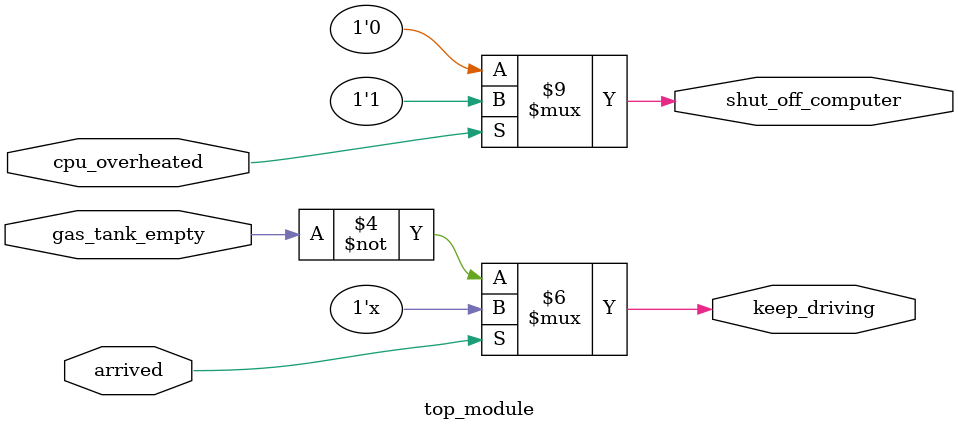
<source format=sv>
module top_module (
	input cpu_overheated,
	output reg shut_off_computer,
	input arrived,
	input gas_tank_empty,
	output reg keep_driving
);

	always @(*) begin
		if (cpu_overheated)
			shut_off_computer = 1;
		else
			shut_off_computer = 0;
	end

	always @(*) begin
		if (~arrived)
			keep_driving = ~gas_tank_empty;
	end

endmodule

</source>
